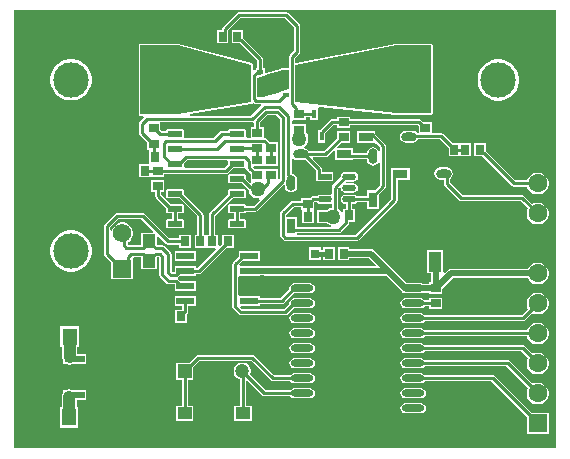
<source format=gtl>
G04*
G04 #@! TF.GenerationSoftware,Altium Limited,Altium Designer,23.4.1 (23)*
G04*
G04 Layer_Physical_Order=1*
G04 Layer_Color=255*
%FSLAX44Y44*%
%MOMM*%
G71*
G04*
G04 #@! TF.SameCoordinates,1A97636D-EE55-4475-9E38-B8671C0F235C*
G04*
G04*
G04 #@! TF.FilePolarity,Positive*
G04*
G01*
G75*
%ADD14C,0.2540*%
%ADD16R,0.8500X0.7500*%
%ADD17R,0.7000X0.8500*%
%ADD18R,0.7500X0.8500*%
G04:AMPARAMS|DCode=19|XSize=0.55mm|YSize=1.25mm|CornerRadius=0.0495mm|HoleSize=0mm|Usage=FLASHONLY|Rotation=270.000|XOffset=0mm|YOffset=0mm|HoleType=Round|Shape=RoundedRectangle|*
%AMROUNDEDRECTD19*
21,1,0.5500,1.1510,0,0,270.0*
21,1,0.4510,1.2500,0,0,270.0*
1,1,0.0990,-0.5755,-0.2255*
1,1,0.0990,-0.5755,0.2255*
1,1,0.0990,0.5755,0.2255*
1,1,0.0990,0.5755,-0.2255*
%
%ADD19ROUNDEDRECTD19*%
%ADD20R,0.8500X0.7000*%
G04:AMPARAMS|DCode=21|XSize=1.3082mm|YSize=0.7621mm|CornerRadius=0.3811mm|HoleSize=0mm|Usage=FLASHONLY|Rotation=180.000|XOffset=0mm|YOffset=0mm|HoleType=Round|Shape=RoundedRectangle|*
%AMROUNDEDRECTD21*
21,1,1.3082,0.0000,0,0,180.0*
21,1,0.5461,0.7621,0,0,180.0*
1,1,0.7621,-0.2730,0.0000*
1,1,0.7621,0.2730,0.0000*
1,1,0.7621,0.2730,0.0000*
1,1,0.7621,-0.2730,0.0000*
%
%ADD21ROUNDEDRECTD21*%
%ADD22R,1.3082X0.7621*%
G04:AMPARAMS|DCode=23|XSize=1.3082mm|YSize=0.7621mm|CornerRadius=0.3811mm|HoleSize=0mm|Usage=FLASHONLY|Rotation=90.000|XOffset=0mm|YOffset=0mm|HoleType=Round|Shape=RoundedRectangle|*
%AMROUNDEDRECTD23*
21,1,1.3082,0.0000,0,0,90.0*
21,1,0.5461,0.7621,0,0,90.0*
1,1,0.7621,0.0000,0.2730*
1,1,0.7621,0.0000,-0.2730*
1,1,0.7621,0.0000,-0.2730*
1,1,0.7621,0.0000,0.2730*
%
%ADD23ROUNDEDRECTD23*%
%ADD24R,0.7621X1.3082*%
%ADD25C,1.7397*%
%ADD26R,1.7300X0.5800*%
%ADD27R,1.3046X1.4562*%
%ADD28R,1.5500X0.6000*%
G04:AMPARAMS|DCode=29|XSize=1.2052mm|YSize=0.5298mm|CornerRadius=0.2649mm|HoleSize=0mm|Usage=FLASHONLY|Rotation=0.000|XOffset=0mm|YOffset=0mm|HoleType=Round|Shape=RoundedRectangle|*
%AMROUNDEDRECTD29*
21,1,1.2052,0.0000,0,0,0.0*
21,1,0.6754,0.5298,0,0,0.0*
1,1,0.5298,0.3377,0.0000*
1,1,0.5298,-0.3377,0.0000*
1,1,0.5298,-0.3377,0.0000*
1,1,0.5298,0.3377,0.0000*
%
%ADD29ROUNDEDRECTD29*%
%ADD30R,1.2052X0.5298*%
%ADD31C,1.7685*%
%ADD32R,0.5000X0.3500*%
%ADD33R,1.0500X1.1500*%
%ADD34R,0.4000X0.8000*%
G04:AMPARAMS|DCode=35|XSize=1.9mm|YSize=0.6mm|CornerRadius=0.3mm|HoleSize=0mm|Usage=FLASHONLY|Rotation=0.000|XOffset=0mm|YOffset=0mm|HoleType=Round|Shape=RoundedRectangle|*
%AMROUNDEDRECTD35*
21,1,1.9000,0.0000,0,0,0.0*
21,1,1.3000,0.6000,0,0,0.0*
1,1,0.6000,0.6500,0.0000*
1,1,0.6000,-0.6500,0.0000*
1,1,0.6000,-0.6500,0.0000*
1,1,0.6000,0.6500,0.0000*
%
%ADD35ROUNDEDRECTD35*%
%ADD36R,0.5200X0.5200*%
%ADD37R,0.8000X0.8000*%
%ADD38R,1.1000X1.7000*%
%ADD39R,1.2084X1.0121*%
%ADD49C,3.0000*%
%ADD50R,1.5700X1.5700*%
%ADD51C,1.5700*%
%ADD57C,0.3810*%
%ADD58C,0.5080*%
%ADD59C,0.5000*%
%ADD60C,1.0000*%
%ADD61C,1.6000*%
%ADD62R,1.6000X1.6000*%
%ADD63R,1.2000X1.2000*%
%ADD64C,1.2000*%
%ADD65C,1.2700*%
G36*
X918711Y402089D02*
X459239D01*
Y772661D01*
X918711D01*
Y402089D01*
D02*
G37*
%LPC*%
G36*
X690000Y771340D02*
X650500D01*
X649509Y771143D01*
X648669Y770581D01*
X636649Y758561D01*
X636087Y757721D01*
X635890Y756730D01*
Y756020D01*
X631480D01*
Y744980D01*
X641020D01*
Y752480D01*
X641070Y752730D01*
Y755657D01*
X651573Y766160D01*
X688927D01*
X696910Y758177D01*
Y738823D01*
X692939Y734851D01*
X692377Y734011D01*
X692180Y733020D01*
Y723652D01*
X692110Y723605D01*
X687110D01*
X686919Y723526D01*
X686714Y723546D01*
X685840Y723500D01*
Y723283D01*
X672809Y719360D01*
X671790Y720118D01*
Y723500D01*
X670610D01*
Y731230D01*
X670413Y732221D01*
X669851Y733061D01*
X653561Y749351D01*
X653520Y749379D01*
Y756020D01*
X643980D01*
Y744980D01*
X650608D01*
X665430Y730157D01*
Y723500D01*
X664250D01*
Y722433D01*
X664049Y722393D01*
X663209Y721831D01*
X662908Y721530D01*
X661735Y722016D01*
Y726440D01*
X661597Y726773D01*
X661549Y727130D01*
X661403Y727242D01*
X661332Y727412D01*
X660999Y727550D01*
X660713Y727769D01*
X598523Y744279D01*
X598340Y744254D01*
X598170Y744325D01*
X566420D01*
X565448Y743922D01*
X565045Y742950D01*
Y684530D01*
X565448Y683558D01*
X566420Y683155D01*
X568947D01*
X569473Y681885D01*
X566169Y678581D01*
X565607Y677741D01*
X565410Y676750D01*
Y669250D01*
X565607Y668259D01*
X566169Y667419D01*
X572480Y661107D01*
Y654730D01*
X572901D01*
X573980Y654270D01*
Y643230D01*
X573004Y642520D01*
X565480D01*
Y631480D01*
X575520D01*
Y631480D01*
X575730Y631730D01*
X586770D01*
Y634160D01*
X638800D01*
X639791Y634357D01*
X640631Y634919D01*
X644608Y638895D01*
X654255D01*
X654765Y638997D01*
X655159Y638943D01*
X656150Y638530D01*
X656199Y638460D01*
X656714Y637689D01*
X660046Y634357D01*
Y627980D01*
X660046D01*
X659960Y626746D01*
X659634Y626528D01*
X656055Y630108D01*
Y632505D01*
X655918Y633194D01*
X655527Y633778D01*
X654944Y634168D01*
X654255Y634305D01*
X642745D01*
X642056Y634168D01*
X641472Y633778D01*
X641082Y633194D01*
X640946Y632505D01*
Y627995D01*
X641082Y627306D01*
X641472Y626722D01*
X642056Y626332D01*
X642745Y626195D01*
X649904D01*
X649980Y626180D01*
X652657D01*
X657725Y621113D01*
X658380Y620675D01*
Y619997D01*
X658899Y618059D01*
X659902Y616321D01*
X661321Y614902D01*
X663059Y613899D01*
X664997Y613380D01*
X666921D01*
X667096Y613182D01*
X667549Y612211D01*
X662777Y607440D01*
X655988D01*
X655918Y607794D01*
X655527Y608377D01*
X654944Y608768D01*
X654255Y608904D01*
X642745D01*
X642056Y608768D01*
X641472Y608377D01*
X641082Y607794D01*
X640946Y607105D01*
Y602595D01*
X641082Y601906D01*
X641472Y601323D01*
X642056Y600932D01*
X642745Y600795D01*
X645910D01*
Y596204D01*
X642745D01*
X642056Y596068D01*
X641472Y595677D01*
X641082Y595094D01*
X640946Y594405D01*
Y589895D01*
X641082Y589206D01*
X641472Y588623D01*
X642056Y588232D01*
X642745Y588095D01*
X654255D01*
X654944Y588232D01*
X655527Y588623D01*
X655918Y589206D01*
X656055Y589895D01*
Y594405D01*
X655918Y595094D01*
X655527Y595677D01*
X654944Y596068D01*
X654255Y596204D01*
X651090D01*
Y600795D01*
X654255D01*
X654944Y600932D01*
X655527Y601323D01*
X655918Y601906D01*
X655988Y602260D01*
X663850D01*
X664841Y602457D01*
X665681Y603019D01*
X687896Y625234D01*
X689070Y624748D01*
Y623770D01*
X689464Y621787D01*
X690587Y620107D01*
X692268Y618984D01*
X694250Y618589D01*
X696232Y618984D01*
X697913Y620107D01*
X699036Y621787D01*
X699430Y623770D01*
Y629230D01*
X699036Y631213D01*
X697913Y632893D01*
X696232Y634016D01*
X694590Y634343D01*
Y647071D01*
X695860Y647457D01*
X696107Y647087D01*
X697787Y645964D01*
X699770Y645570D01*
X705230D01*
X706496Y645822D01*
X715149Y637169D01*
Y633129D01*
X715199Y632879D01*
Y627831D01*
X729791D01*
Y635669D01*
X720329D01*
Y638241D01*
X720132Y639232D01*
X719570Y640073D01*
X712656Y646987D01*
X713142Y648160D01*
X723250D01*
X724241Y648357D01*
X725081Y648919D01*
X730016Y653853D01*
X731189Y653367D01*
Y645669D01*
X746811D01*
Y646410D01*
X758320D01*
Y646270D01*
X758714Y644287D01*
X759837Y642607D01*
X761518Y641484D01*
X763500Y641089D01*
X765482Y641484D01*
X767163Y642607D01*
X768286Y644287D01*
X768390Y644812D01*
X769660Y644687D01*
Y625053D01*
X764918Y620311D01*
X758419D01*
Y615340D01*
X749865D01*
X749707Y615575D01*
X748411Y616442D01*
X746882Y616746D01*
X740128D01*
X738598Y616442D01*
X737302Y615575D01*
X736436Y614279D01*
X736132Y612750D01*
X736436Y611221D01*
X737302Y609925D01*
X738598Y609058D01*
X740128Y608754D01*
X740413D01*
Y604520D01*
X738480D01*
Y600701D01*
X737210Y600533D01*
X737101Y600941D01*
X736097Y602679D01*
X734679Y604098D01*
X733651Y604691D01*
Y621611D01*
X734973Y622933D01*
X736143Y622307D01*
X736132Y622250D01*
X736436Y620721D01*
X737302Y619425D01*
X738598Y618558D01*
X740128Y618254D01*
X746882D01*
X748411Y618558D01*
X749707Y619425D01*
X750574Y620721D01*
X750878Y622250D01*
X750574Y623779D01*
X749707Y625075D01*
X748411Y625942D01*
X746882Y626246D01*
X741195D01*
X740532Y627516D01*
X740698Y627754D01*
X746882D01*
X748411Y628058D01*
X749707Y628924D01*
X750574Y630221D01*
X750878Y631750D01*
X750574Y633279D01*
X749707Y634576D01*
X748411Y635442D01*
X746882Y635746D01*
X740128D01*
X738598Y635442D01*
X737302Y634576D01*
X736436Y633279D01*
X736132Y631750D01*
X736187Y631472D01*
X729230Y624515D01*
X728669Y623675D01*
X728472Y622684D01*
Y617076D01*
X727202Y616481D01*
X725872Y616746D01*
X719118D01*
X717589Y616442D01*
X716292Y615575D01*
X716135Y615340D01*
X712750D01*
X711759Y615143D01*
X710919Y614581D01*
X710358Y614020D01*
X702980D01*
Y611590D01*
X695500D01*
X694509Y611393D01*
X693669Y610831D01*
X685419Y602581D01*
X684857Y601741D01*
X684660Y600750D01*
Y582250D01*
X684857Y581259D01*
X685419Y580419D01*
X687419Y578419D01*
X688259Y577857D01*
X689250Y577660D01*
X750250D01*
X751241Y577857D01*
X752081Y578419D01*
X783559Y609896D01*
X784120Y610737D01*
X784317Y611728D01*
Y629419D01*
X794561D01*
Y639581D01*
X778939D01*
Y629419D01*
X779138D01*
Y612800D01*
X749177Y582840D01*
X699331D01*
Y584233D01*
X734573D01*
X735564Y584431D01*
X736404Y584992D01*
X742851Y591439D01*
X743413Y592279D01*
X743610Y593270D01*
Y593480D01*
X748520D01*
Y604520D01*
X745592D01*
Y608754D01*
X746882D01*
X748411Y609058D01*
X749707Y609925D01*
X749865Y610160D01*
X758419D01*
Y604689D01*
X768581D01*
Y616649D01*
X774081Y622149D01*
X774643Y622989D01*
X774840Y623980D01*
Y657730D01*
X774643Y658721D01*
X774081Y659562D01*
X765561Y668082D01*
Y670831D01*
X749939D01*
Y660669D01*
X765561D01*
X765561Y660669D01*
Y660669D01*
X766448Y659871D01*
X769660Y656658D01*
Y653313D01*
X768390Y653188D01*
X768286Y653713D01*
X767163Y655393D01*
X765482Y656516D01*
X763500Y656911D01*
X761518Y656516D01*
X759837Y655393D01*
X758714Y653713D01*
X758320Y651730D01*
Y651590D01*
X746811D01*
Y655831D01*
X733652D01*
X733167Y657004D01*
X736892Y660730D01*
X744270D01*
Y670270D01*
X733230D01*
Y664392D01*
X722177Y653340D01*
X709611D01*
X708893Y654413D01*
X707213Y655536D01*
X705230Y655930D01*
X705053D01*
X704712Y657200D01*
X705929Y657903D01*
X707347Y659321D01*
X708351Y661059D01*
X708870Y662997D01*
Y665003D01*
X708351Y666941D01*
X707347Y668679D01*
X706520Y669506D01*
Y676770D01*
X695480D01*
X694590Y677671D01*
Y678829D01*
X695480Y679730D01*
X706520D01*
Y682160D01*
X710230D01*
Y679730D01*
X716770D01*
Y690020D01*
X717552Y691216D01*
X783449Y684433D01*
X783521Y684454D01*
X783590Y684425D01*
X812800D01*
X813772Y684828D01*
X814175Y685800D01*
Y742950D01*
X813772Y743922D01*
X812800Y744325D01*
X783590D01*
X783465Y744273D01*
X783332Y744300D01*
X698338Y728052D01*
X697360Y728861D01*
Y731947D01*
X701331Y735919D01*
X701893Y736759D01*
X702090Y737750D01*
Y759250D01*
X701893Y760241D01*
X701331Y761081D01*
X691831Y770581D01*
X690991Y771143D01*
X690000Y771340D01*
D02*
G37*
G36*
X509724Y731480D02*
X506276D01*
X502895Y730807D01*
X499711Y729488D01*
X496844Y727573D01*
X494407Y725136D01*
X492492Y722269D01*
X491172Y719085D01*
X490500Y715704D01*
Y712256D01*
X491172Y708875D01*
X492492Y705691D01*
X494407Y702824D01*
X496844Y700387D01*
X499711Y698472D01*
X502895Y697152D01*
X506276Y696480D01*
X509724D01*
X513105Y697152D01*
X516289Y698472D01*
X519156Y700387D01*
X521593Y702824D01*
X523508Y705691D01*
X524827Y708875D01*
X525500Y712256D01*
Y715704D01*
X524827Y719085D01*
X523508Y722269D01*
X521593Y725136D01*
X519156Y727573D01*
X516289Y729488D01*
X513105Y730807D01*
X509724Y731480D01*
D02*
G37*
G36*
X871414Y731240D02*
X867966D01*
X864585Y730567D01*
X861401Y729248D01*
X858534Y727333D01*
X856097Y724896D01*
X854182Y722029D01*
X852862Y718845D01*
X852190Y715464D01*
Y712016D01*
X852862Y708635D01*
X854182Y705451D01*
X856097Y702584D01*
X858534Y700147D01*
X861401Y698232D01*
X864585Y696913D01*
X867966Y696240D01*
X871414D01*
X874795Y696913D01*
X877979Y698232D01*
X880846Y700147D01*
X883283Y702584D01*
X885198Y705451D01*
X886517Y708635D01*
X887190Y712016D01*
Y715464D01*
X886517Y718845D01*
X885198Y722029D01*
X883283Y724896D01*
X880846Y727333D01*
X877979Y729248D01*
X874795Y730567D01*
X871414Y731240D01*
D02*
G37*
G36*
X744270Y682770D02*
X733230D01*
Y680590D01*
X728908D01*
X727917Y680393D01*
X727077Y679831D01*
X718899Y671653D01*
X718643Y671270D01*
X716730D01*
Y660730D01*
X723270D01*
Y666480D01*
X723320Y666730D01*
Y668749D01*
X729981Y675410D01*
X733230D01*
Y673230D01*
X744270D01*
Y675410D01*
X801338D01*
X802141Y674607D01*
Y669252D01*
X800871Y669073D01*
X800643Y669413D01*
X798963Y670536D01*
X796980Y670930D01*
X791520D01*
X789537Y670536D01*
X787857Y669413D01*
X786734Y667732D01*
X786339Y665750D01*
X786734Y663768D01*
X787857Y662087D01*
X789537Y660964D01*
X791520Y660570D01*
X796980D01*
X798963Y660964D01*
X800643Y662087D01*
X801695Y663660D01*
X820177D01*
X827480Y656357D01*
Y648980D01*
X846270D01*
Y660020D01*
X831143D01*
X823081Y668081D01*
X822241Y668643D01*
X821250Y668840D01*
X813181D01*
Y677770D01*
X806303D01*
X804242Y679831D01*
X803402Y680393D01*
X802411Y680590D01*
X744270D01*
Y682770D01*
D02*
G37*
G36*
X859270Y660020D02*
X849230D01*
Y648980D01*
X856107D01*
X880809Y624279D01*
X881649Y623717D01*
X882640Y623520D01*
X894067D01*
X894332Y622532D01*
X895552Y620418D01*
X897278Y618692D01*
X899392Y617472D01*
X901750Y616840D01*
X904190D01*
X906548Y617472D01*
X908662Y618692D01*
X910388Y620418D01*
X911608Y622532D01*
X912240Y624890D01*
Y627330D01*
X911608Y629688D01*
X910388Y631802D01*
X908662Y633528D01*
X906548Y634748D01*
X904190Y635380D01*
X901750D01*
X899392Y634748D01*
X897278Y633528D01*
X895552Y631802D01*
X894332Y629688D01*
X894067Y628700D01*
X883713D01*
X859270Y653142D01*
Y660020D01*
D02*
G37*
G36*
X825980Y639680D02*
X820520D01*
X818537Y639286D01*
X816857Y638163D01*
X815734Y636482D01*
X815339Y634500D01*
X815734Y632518D01*
X816857Y630837D01*
X818537Y629714D01*
X820520Y629320D01*
X823391D01*
Y625875D01*
X823588Y624884D01*
X824149Y624044D01*
X836274Y611919D01*
X837114Y611357D01*
X838105Y611160D01*
X888857D01*
X894843Y605174D01*
X894332Y604288D01*
X893700Y601930D01*
Y599490D01*
X894332Y597132D01*
X895552Y595018D01*
X897278Y593292D01*
X899392Y592072D01*
X901750Y591440D01*
X904190D01*
X906548Y592072D01*
X908662Y593292D01*
X910388Y595018D01*
X911608Y597132D01*
X912240Y599490D01*
Y601930D01*
X911608Y604288D01*
X910388Y606402D01*
X908662Y608128D01*
X906548Y609348D01*
X904190Y609980D01*
X901750D01*
X899392Y609348D01*
X898506Y608837D01*
X891761Y615581D01*
X890921Y616143D01*
X889930Y616340D01*
X839178D01*
X828570Y626948D01*
Y630120D01*
X829643Y630837D01*
X830766Y632518D01*
X831161Y634500D01*
X830766Y636482D01*
X829643Y638163D01*
X827963Y639286D01*
X825980Y639680D01*
D02*
G37*
G36*
X586770Y628770D02*
X575730D01*
Y618730D01*
X579260D01*
Y615500D01*
X579457Y614509D01*
X580019Y613669D01*
X588446Y605242D01*
Y602595D01*
X588582Y601906D01*
X588973Y601323D01*
X589556Y600932D01*
X590245Y600795D01*
X593410D01*
Y596204D01*
X590245D01*
X589556Y596068D01*
X588973Y595677D01*
X588582Y595094D01*
X588446Y594405D01*
Y589895D01*
X588582Y589206D01*
X588973Y588623D01*
X589556Y588232D01*
X590245Y588095D01*
X601755D01*
X602444Y588232D01*
X603027Y588623D01*
X603418Y589206D01*
X603555Y589895D01*
Y594405D01*
X603418Y595094D01*
X603027Y595677D01*
X602444Y596068D01*
X601755Y596204D01*
X598590D01*
Y600795D01*
X601755D01*
X602444Y600932D01*
X603027Y601323D01*
X603418Y601906D01*
X603555Y602595D01*
Y607105D01*
X603418Y607794D01*
X603027Y608377D01*
X602444Y608768D01*
X601755Y608904D01*
X592108D01*
X584440Y616573D01*
Y618730D01*
X586770D01*
Y628770D01*
D02*
G37*
G36*
X654255Y621604D02*
X642745D01*
X642056Y621468D01*
X641472Y621077D01*
X641082Y620494D01*
X640946Y619805D01*
Y617158D01*
X625669Y601881D01*
X625107Y601041D01*
X624910Y600050D01*
Y582520D01*
X620090D01*
Y599550D01*
X619893Y600541D01*
X619331Y601381D01*
X603555Y617158D01*
Y619805D01*
X603418Y620494D01*
X603027Y621077D01*
X602444Y621468D01*
X601755Y621604D01*
X590245D01*
X589556Y621468D01*
X588973Y621077D01*
X588582Y620494D01*
X588446Y619805D01*
Y615295D01*
X588582Y614606D01*
X588973Y614022D01*
X589556Y613632D01*
X590245Y613495D01*
X599892D01*
X614910Y598477D01*
Y582520D01*
X612480D01*
Y571480D01*
X630158D01*
X630644Y570307D01*
X615040Y554702D01*
X613770Y554720D01*
Y556370D01*
X595730D01*
Y551009D01*
X595600Y550880D01*
X593668D01*
X592953Y551595D01*
Y566292D01*
X592756Y567283D01*
X592194Y568124D01*
X586987Y573331D01*
X586147Y573893D01*
X585155Y574090D01*
X580573D01*
X580560Y574103D01*
Y581108D01*
X581733Y581594D01*
X588159Y575169D01*
X588999Y574607D01*
X589990Y574410D01*
X599480D01*
Y571480D01*
X609520D01*
Y582520D01*
X599480D01*
Y579590D01*
X591063D01*
X570321Y600331D01*
X569481Y600893D01*
X568490Y601090D01*
X547000D01*
X546009Y600893D01*
X545169Y600331D01*
X536669Y591831D01*
X536107Y590991D01*
X535910Y590000D01*
Y566660D01*
X536107Y565669D01*
X536669Y564829D01*
X542080Y559417D01*
Y544840D01*
X560320D01*
Y563080D01*
X561279Y563830D01*
X562184D01*
X562184Y563830D01*
X567507D01*
X567520Y563817D01*
Y553440D01*
X580560D01*
Y563817D01*
X580573Y563830D01*
X581979D01*
X582693Y563116D01*
Y548418D01*
X582891Y547427D01*
X583452Y546586D01*
X588660Y541379D01*
X589500Y540817D01*
X590491Y540620D01*
X595600D01*
X595730Y540491D01*
Y535130D01*
X613770D01*
Y543670D01*
X599876D01*
X598570Y544975D01*
X598504Y545087D01*
Y546413D01*
X598570Y546525D01*
X599876Y547830D01*
X613770D01*
Y549510D01*
X616100D01*
X617091Y549707D01*
X617931Y550269D01*
X639142Y571480D01*
X645520D01*
Y582520D01*
X635480D01*
Y575142D01*
X633693Y573356D01*
X632520Y573842D01*
Y582520D01*
X630090D01*
Y598977D01*
X644608Y613495D01*
X654255D01*
X654944Y613632D01*
X655527Y614022D01*
X655918Y614606D01*
X656055Y615295D01*
Y619805D01*
X655918Y620494D01*
X655527Y621077D01*
X654944Y621468D01*
X654255Y621604D01*
D02*
G37*
G36*
X731020Y572270D02*
X721480D01*
Y569987D01*
X719770D01*
Y572020D01*
X709230D01*
Y561480D01*
X719770D01*
Y563513D01*
X721480D01*
Y561230D01*
X731020D01*
Y572270D01*
D02*
G37*
G36*
X613770Y569070D02*
X595730D01*
Y560530D01*
X613770D01*
Y569070D01*
D02*
G37*
G36*
X743520Y572270D02*
X733980D01*
Y561230D01*
X743520D01*
Y562865D01*
X759996D01*
X765844Y557017D01*
X765358Y555844D01*
X679120D01*
Y555870D01*
X675521D01*
X675150Y555944D01*
X675150Y555944D01*
X667770D01*
Y556370D01*
X651029D01*
X650502Y557640D01*
X653392Y560530D01*
X667770D01*
Y569070D01*
X649730D01*
Y564193D01*
X645169Y559631D01*
X644607Y558791D01*
X644410Y557800D01*
Y521750D01*
X644607Y520759D01*
X645169Y519919D01*
X649919Y515169D01*
X650759Y514607D01*
X651750Y514410D01*
X689395D01*
X690387Y514607D01*
X691227Y515169D01*
X696449Y520391D01*
X697025Y520276D01*
X710025D01*
X711691Y520607D01*
X713103Y521551D01*
X714047Y522963D01*
X714379Y524630D01*
X714047Y526296D01*
X713103Y527708D01*
X711691Y528652D01*
X710025Y528983D01*
X697025D01*
X695359Y528652D01*
X693947Y527708D01*
X693003Y526296D01*
X692671Y524630D01*
X692786Y524053D01*
X688323Y519590D01*
X652823D01*
X651156Y521257D01*
X651642Y522430D01*
X667770D01*
Y524110D01*
X686395D01*
X687387Y524307D01*
X688227Y524869D01*
X696449Y533091D01*
X697025Y532976D01*
X710025D01*
X711691Y533307D01*
X713103Y534251D01*
X714047Y535663D01*
X714379Y537330D01*
X714047Y538996D01*
X713103Y540408D01*
X711691Y541352D01*
X710025Y541683D01*
X697025D01*
X695359Y541352D01*
X693947Y540408D01*
X693003Y538996D01*
X692671Y537330D01*
X692786Y536753D01*
X685323Y529290D01*
X667770D01*
Y530970D01*
X649730D01*
X649590Y532182D01*
Y546618D01*
X649730Y547830D01*
X650860Y547830D01*
X667770D01*
Y548256D01*
X671380D01*
Y548130D01*
X679120D01*
Y548156D01*
X774762D01*
X786940Y535978D01*
X787003Y535663D01*
X787947Y534251D01*
X789359Y533307D01*
X791025Y532976D01*
X804025D01*
X805691Y533307D01*
X806086Y533571D01*
X810980D01*
Y532480D01*
X822020D01*
Y537084D01*
X831002Y546066D01*
X894485D01*
X895552Y544218D01*
X897278Y542492D01*
X899392Y541272D01*
X901750Y540640D01*
X904190D01*
X906548Y541272D01*
X908662Y542492D01*
X910388Y544218D01*
X911608Y546332D01*
X912240Y548690D01*
Y551130D01*
X911608Y553488D01*
X910388Y555602D01*
X908662Y557328D01*
X906548Y558548D01*
X904190Y559180D01*
X901750D01*
X899392Y558548D01*
X897278Y557328D01*
X895552Y555602D01*
X894485Y553754D01*
X829410D01*
X827939Y553461D01*
X826692Y552628D01*
X826692Y552628D01*
X824290Y550226D01*
X823020Y550752D01*
X823020Y550930D01*
Y569520D01*
X809480D01*
Y549980D01*
X812665D01*
Y542520D01*
X810980D01*
Y541259D01*
X805831D01*
X805691Y541352D01*
X804025Y541683D01*
X792107D01*
X779218Y554573D01*
X779101Y554747D01*
X764352Y569497D01*
X763091Y570339D01*
X761605Y570635D01*
X743520D01*
Y572270D01*
D02*
G37*
G36*
X509724Y586460D02*
X506276D01*
X502895Y585788D01*
X499711Y584468D01*
X496844Y582553D01*
X494407Y580116D01*
X492492Y577249D01*
X491172Y574065D01*
X490500Y570684D01*
Y567236D01*
X491172Y563855D01*
X492492Y560671D01*
X494407Y557804D01*
X496844Y555367D01*
X499711Y553452D01*
X502895Y552132D01*
X506276Y551460D01*
X509724D01*
X513105Y552132D01*
X516289Y553452D01*
X519156Y555367D01*
X521593Y557804D01*
X523508Y560671D01*
X524827Y563855D01*
X525500Y567236D01*
Y570684D01*
X524827Y574065D01*
X523508Y577249D01*
X521593Y580116D01*
X519156Y582553D01*
X516289Y584468D01*
X513105Y585788D01*
X509724Y586460D01*
D02*
G37*
G36*
X822020Y529520D02*
X810980D01*
Y527155D01*
X807473D01*
X807104Y527708D01*
X805691Y528652D01*
X804025Y528983D01*
X791025D01*
X789359Y528652D01*
X787947Y527708D01*
X787003Y526296D01*
X786671Y524630D01*
X787003Y522963D01*
X787947Y521551D01*
X789359Y520607D01*
X791025Y520276D01*
X804025D01*
X805691Y520607D01*
X807104Y521551D01*
X807387Y521975D01*
X810980D01*
Y519480D01*
X822020D01*
Y529520D01*
D02*
G37*
G36*
X904190Y533780D02*
X901750D01*
X899392Y533148D01*
X897278Y531928D01*
X895552Y530202D01*
X894332Y528088D01*
X893700Y525730D01*
Y523290D01*
X894332Y520932D01*
X894843Y520046D01*
X889317Y514519D01*
X807430D01*
X807104Y515008D01*
X805691Y515952D01*
X804025Y516283D01*
X791025D01*
X789359Y515952D01*
X787947Y515008D01*
X787003Y513596D01*
X786671Y511930D01*
X787003Y510263D01*
X787947Y508851D01*
X789359Y507907D01*
X791025Y507576D01*
X804025D01*
X805691Y507907D01*
X807104Y508851D01*
X807430Y509340D01*
X890390D01*
X891381Y509537D01*
X892221Y510098D01*
X898506Y516383D01*
X899392Y515872D01*
X901750Y515240D01*
X904190D01*
X906548Y515872D01*
X908662Y517092D01*
X910388Y518818D01*
X911608Y520932D01*
X912240Y523290D01*
Y525730D01*
X911608Y528088D01*
X910388Y530202D01*
X908662Y531928D01*
X906548Y533148D01*
X904190Y533780D01*
D02*
G37*
G36*
X613770Y530970D02*
X595730D01*
Y522430D01*
X602160D01*
Y519020D01*
X595980D01*
Y507980D01*
X606020D01*
Y515358D01*
X606581Y515919D01*
X607143Y516759D01*
X607340Y517750D01*
Y522430D01*
X613770D01*
Y530970D01*
D02*
G37*
G36*
X710025Y516283D02*
X697025D01*
X695359Y515952D01*
X693947Y515008D01*
X693003Y513596D01*
X692671Y511930D01*
X693003Y510263D01*
X693947Y508851D01*
X695359Y507907D01*
X697025Y507576D01*
X710025D01*
X711691Y507907D01*
X713103Y508851D01*
X714047Y510263D01*
X714379Y511930D01*
X714047Y513596D01*
X713103Y515008D01*
X711691Y515952D01*
X710025Y516283D01*
D02*
G37*
G36*
X904190Y508380D02*
X901750D01*
X899392Y507748D01*
X897278Y506528D01*
X895552Y504802D01*
X894332Y502688D01*
X894083Y501760D01*
X807470D01*
X807104Y502308D01*
X805691Y503252D01*
X804025Y503583D01*
X791025D01*
X789359Y503252D01*
X787947Y502308D01*
X787003Y500896D01*
X786671Y499230D01*
X787003Y497564D01*
X787947Y496151D01*
X789359Y495207D01*
X791025Y494876D01*
X804025D01*
X805691Y495207D01*
X807104Y496151D01*
X807390Y496580D01*
X894051D01*
X894332Y495532D01*
X895552Y493418D01*
X897278Y491692D01*
X899392Y490472D01*
X901750Y489840D01*
X904190D01*
X906548Y490472D01*
X908662Y491692D01*
X910388Y493418D01*
X911608Y495532D01*
X912240Y497890D01*
Y500330D01*
X911608Y502688D01*
X910388Y504802D01*
X908662Y506528D01*
X906548Y507748D01*
X904190Y508380D01*
D02*
G37*
G36*
X710025Y503583D02*
X697025D01*
X695359Y503252D01*
X693947Y502308D01*
X693003Y500896D01*
X692671Y499230D01*
X693003Y497564D01*
X693947Y496151D01*
X695359Y495207D01*
X697025Y494876D01*
X710025D01*
X711691Y495207D01*
X713103Y496151D01*
X714047Y497564D01*
X714379Y499230D01*
X714047Y500896D01*
X713103Y502308D01*
X711691Y503252D01*
X710025Y503583D01*
D02*
G37*
G36*
Y490883D02*
X697025D01*
X695359Y490552D01*
X693947Y489608D01*
X693003Y488196D01*
X692671Y486530D01*
X693003Y484864D01*
X693947Y483451D01*
X695359Y482507D01*
X697025Y482176D01*
X710025D01*
X711691Y482507D01*
X713103Y483451D01*
X714047Y484864D01*
X714379Y486530D01*
X714047Y488196D01*
X713103Y489608D01*
X711691Y490552D01*
X710025Y490883D01*
D02*
G37*
G36*
X514386Y505051D02*
X498799D01*
Y487949D01*
X500200D01*
Y478880D01*
X500686Y476434D01*
X500924Y476077D01*
Y473080D01*
X503987D01*
X504146Y472974D01*
X506592Y472487D01*
X509039Y472974D01*
X509198Y473080D01*
X520764D01*
Y481420D01*
X512985D01*
Y487949D01*
X514386D01*
Y505051D01*
D02*
G37*
G36*
X710025Y478183D02*
X697025D01*
X695359Y477852D01*
X693947Y476908D01*
X693003Y475496D01*
X692671Y473830D01*
X693003Y472164D01*
X693947Y470751D01*
X695359Y469807D01*
X697025Y469476D01*
X710025D01*
X711691Y469807D01*
X713103Y470751D01*
X714047Y472164D01*
X714379Y473830D01*
X714047Y475496D01*
X713103Y476908D01*
X711691Y477852D01*
X710025Y478183D01*
D02*
G37*
G36*
X804025Y490883D02*
X791025D01*
X789359Y490552D01*
X787947Y489608D01*
X787003Y488196D01*
X786671Y486530D01*
X787003Y484864D01*
X787947Y483451D01*
X789359Y482507D01*
X791025Y482176D01*
X804025D01*
X805691Y482507D01*
X807104Y483451D01*
X807430Y483940D01*
X889078D01*
X894843Y478174D01*
X894332Y477288D01*
X893700Y474930D01*
Y472490D01*
X894332Y470132D01*
X895552Y468018D01*
X897278Y466292D01*
X899392Y465072D01*
X901750Y464440D01*
X904190D01*
X906548Y465072D01*
X908662Y466292D01*
X910388Y468018D01*
X911608Y470132D01*
X912240Y472490D01*
Y474930D01*
X911608Y477288D01*
X910388Y479402D01*
X908662Y481128D01*
X906548Y482348D01*
X904190Y482980D01*
X901750D01*
X899392Y482348D01*
X898506Y481837D01*
X891982Y488361D01*
X891142Y488922D01*
X890150Y489119D01*
X807430D01*
X807104Y489608D01*
X805691Y490552D01*
X804025Y490883D01*
D02*
G37*
G36*
X661500Y480840D02*
X615265D01*
X614274Y480643D01*
X613434Y480081D01*
X607698Y474345D01*
X596820D01*
Y459805D01*
X601501D01*
Y437846D01*
X596650D01*
Y425184D01*
X611274D01*
Y437846D01*
X606680D01*
Y459805D01*
X611360D01*
Y470682D01*
X616338Y475660D01*
X660427D01*
X676789Y459298D01*
X677629Y458737D01*
X678620Y458540D01*
X693620D01*
X693947Y458051D01*
X695359Y457107D01*
X697025Y456776D01*
X710025D01*
X711691Y457107D01*
X713103Y458051D01*
X714047Y459464D01*
X714379Y461130D01*
X714047Y462796D01*
X713103Y464208D01*
X711691Y465152D01*
X710025Y465483D01*
X697025D01*
X695359Y465152D01*
X693947Y464208D01*
X693620Y463719D01*
X679693D01*
X663331Y480081D01*
X662491Y480643D01*
X661500Y480840D01*
D02*
G37*
G36*
X804025Y452783D02*
X791025D01*
X789359Y452452D01*
X787947Y451508D01*
X787003Y450096D01*
X786671Y448430D01*
X787003Y446763D01*
X787947Y445351D01*
X789359Y444407D01*
X791025Y444076D01*
X804025D01*
X805691Y444407D01*
X807104Y445351D01*
X808047Y446763D01*
X808379Y448430D01*
X808047Y450096D01*
X807104Y451508D01*
X805691Y452452D01*
X804025Y452783D01*
D02*
G37*
G36*
X653848Y474345D02*
X651933D01*
X650084Y473850D01*
X648427Y472892D01*
X647073Y471539D01*
X646116Y469881D01*
X645620Y468032D01*
Y466118D01*
X646116Y464269D01*
X647073Y462611D01*
X648427Y461258D01*
X650084Y460300D01*
X650564Y460172D01*
Y437846D01*
X646106D01*
Y425184D01*
X660730D01*
Y437846D01*
X655744D01*
Y458763D01*
X657014Y459289D01*
X669705Y446598D01*
X670545Y446037D01*
X671536Y445840D01*
X693620D01*
X693947Y445351D01*
X695359Y444407D01*
X697025Y444076D01*
X710025D01*
X711691Y444407D01*
X713103Y445351D01*
X714047Y446763D01*
X714379Y448430D01*
X714047Y450096D01*
X713103Y451508D01*
X711691Y452452D01*
X710025Y452783D01*
X697025D01*
X695359Y452452D01*
X693947Y451508D01*
X693620Y451019D01*
X672609D01*
X659553Y464075D01*
X659665Y464269D01*
X660160Y466118D01*
Y468032D01*
X659665Y469881D01*
X658708Y471539D01*
X657354Y472892D01*
X655696Y473850D01*
X653848Y474345D01*
D02*
G37*
G36*
X804025Y478183D02*
X791025D01*
X789359Y477852D01*
X787947Y476908D01*
X787003Y475496D01*
X786671Y473830D01*
X787003Y472164D01*
X787947Y470751D01*
X789359Y469807D01*
X791025Y469476D01*
X804025D01*
X805691Y469807D01*
X807104Y470751D01*
X807430Y471240D01*
X876378D01*
X894843Y452774D01*
X894332Y451888D01*
X893700Y449530D01*
Y447090D01*
X894332Y444732D01*
X895552Y442618D01*
X897278Y440892D01*
X899392Y439672D01*
X901750Y439040D01*
X904190D01*
X906548Y439672D01*
X908662Y440892D01*
X910388Y442618D01*
X911608Y444732D01*
X912240Y447090D01*
Y449530D01*
X911608Y451888D01*
X910388Y454002D01*
X908662Y455728D01*
X906548Y456948D01*
X904190Y457580D01*
X901750D01*
X899392Y456948D01*
X898506Y456437D01*
X879282Y475661D01*
X878441Y476222D01*
X877450Y476419D01*
X807430D01*
X807104Y476908D01*
X805691Y477852D01*
X804025Y478183D01*
D02*
G37*
G36*
Y440083D02*
X791025D01*
X789359Y439752D01*
X787947Y438808D01*
X787003Y437396D01*
X786671Y435730D01*
X787003Y434063D01*
X787947Y432651D01*
X789359Y431707D01*
X791025Y431376D01*
X804025D01*
X805691Y431707D01*
X807104Y432651D01*
X808047Y434063D01*
X808379Y435730D01*
X808047Y437396D01*
X807104Y438808D01*
X805691Y439752D01*
X804025Y440083D01*
D02*
G37*
G36*
X506343Y452013D02*
X503896Y451526D01*
X503737Y451420D01*
X500924D01*
Y448797D01*
X500436Y448066D01*
X499950Y445620D01*
Y436551D01*
X498549D01*
Y419449D01*
X514136D01*
Y436551D01*
X512735D01*
Y443080D01*
X520764D01*
Y451420D01*
X508948D01*
X508789Y451526D01*
X506343Y452013D01*
D02*
G37*
G36*
X804025Y465483D02*
X791025D01*
X789359Y465152D01*
X787947Y464208D01*
X787003Y462796D01*
X786671Y461130D01*
X787003Y459464D01*
X787947Y458051D01*
X789359Y457107D01*
X791025Y456776D01*
X804025D01*
X805691Y457107D01*
X807104Y458051D01*
X807430Y458540D01*
X863678D01*
X893700Y428517D01*
Y413640D01*
X912240D01*
Y432180D01*
X897363D01*
X866582Y462961D01*
X865742Y463522D01*
X864750Y463719D01*
X807430D01*
X807104Y464208D01*
X805691Y465152D01*
X804025Y465483D01*
D02*
G37*
%LPD*%
G36*
X692110Y705730D02*
X686364Y704000D01*
X685840D01*
Y703842D01*
X670520Y699230D01*
X665570D01*
Y715745D01*
X671266Y717460D01*
X671790D01*
Y717618D01*
X687110Y722230D01*
X692110D01*
Y705730D01*
D02*
G37*
G36*
X812800Y685800D02*
X783590D01*
X697360Y694677D01*
Y698480D01*
X697310D01*
Y722980D01*
X697360D01*
Y726465D01*
X783590Y742950D01*
X812800D01*
Y685800D01*
D02*
G37*
G36*
X660360Y726440D02*
Y694690D01*
X598170Y684530D01*
X566420D01*
Y742950D01*
X598170D01*
X660360Y726440D01*
D02*
G37*
G36*
X662838Y694034D02*
X663477Y693607D01*
X664468Y693410D01*
X668452D01*
X668978Y692140D01*
X660427Y683590D01*
X608792D01*
X608689Y684856D01*
X660582Y693333D01*
X660941Y693556D01*
X661332Y693718D01*
X661816Y693931D01*
X662751Y694053D01*
X662838Y694034D01*
D02*
G37*
G36*
X662976Y677520D02*
Y674020D01*
X660046D01*
Y664880D01*
X656977D01*
X656055Y666095D01*
Y670605D01*
X655918Y671294D01*
X655527Y671878D01*
X654944Y672268D01*
X654255Y672404D01*
X642745D01*
X642056Y672268D01*
X641472Y671878D01*
X641082Y671294D01*
X641012Y670940D01*
X636100D01*
X635109Y670743D01*
X634269Y670181D01*
X628677Y664590D01*
X604399D01*
X604163Y664786D01*
X603508Y665860D01*
X603555Y666095D01*
Y670605D01*
X603418Y671294D01*
X603027Y671878D01*
X602444Y672268D01*
X601755Y672404D01*
X590245D01*
X589556Y672268D01*
X588973Y671878D01*
X588582Y671294D01*
X588512Y670940D01*
X584603D01*
X583520Y672022D01*
Y677770D01*
X584525Y678410D01*
X661500D01*
X661706Y678451D01*
X662976Y677520D01*
D02*
G37*
G36*
X684726Y680927D02*
Y630239D01*
X684356Y629992D01*
X683086Y630671D01*
Y638020D01*
X672356D01*
X672046Y638020D01*
Y638020D01*
X671086D01*
Y638020D01*
X663708D01*
X662018Y639710D01*
X662544Y640980D01*
X670776D01*
X671086Y640980D01*
Y640980D01*
X672046D01*
Y640980D01*
X683086D01*
Y651020D01*
X683086D01*
Y651480D01*
X683086D01*
Y661020D01*
X676506D01*
X676417Y661153D01*
X673449Y664121D01*
X672609Y664683D01*
X671618Y664880D01*
X671086D01*
Y674020D01*
X668156D01*
Y678177D01*
X674138Y684160D01*
X681493D01*
X684726Y680927D01*
D02*
G37*
G36*
X640946Y645205D02*
Y642558D01*
X637727Y639340D01*
X604481D01*
X604313Y639445D01*
X603538Y640610D01*
X603555Y640695D01*
Y643342D01*
X606373Y646160D01*
X639849D01*
X640946Y645205D01*
D02*
G37*
G36*
X716292Y609925D02*
X717589Y609058D01*
X719118Y608754D01*
X725872D01*
X727202Y609019D01*
X728472Y608424D01*
Y605479D01*
X727059Y605101D01*
X725321Y604098D01*
X724744Y603520D01*
X716480D01*
Y592480D01*
X724744D01*
X725321Y591903D01*
X727059Y590899D01*
X727866Y590683D01*
X727699Y589413D01*
X699331D01*
Y597811D01*
X689840D01*
Y599677D01*
X696573Y606410D01*
X702980D01*
Y603980D01*
X702980D01*
X703480Y603520D01*
Y592480D01*
X713520D01*
Y603520D01*
X714020Y603980D01*
X714020D01*
Y610160D01*
X716135D01*
X716292Y609925D01*
D02*
G37*
G36*
X577674Y585653D02*
X577188Y584480D01*
X567520D01*
Y574103D01*
X567507Y574090D01*
X560080D01*
X560080Y574090D01*
X556469D01*
X555832Y574776D01*
X556029Y576217D01*
X556800Y576662D01*
X558498Y578360D01*
X559698Y580440D01*
X560320Y582759D01*
Y585161D01*
X559698Y587480D01*
X558498Y589560D01*
X556800Y591258D01*
X554720Y592458D01*
X552401Y593080D01*
X549999D01*
X547680Y592458D01*
X545600Y591258D01*
X543902Y589560D01*
X542701Y587480D01*
X542360Y586205D01*
X541090Y586372D01*
Y588927D01*
X548073Y595910D01*
X567417D01*
X577674Y585653D01*
D02*
G37*
D14*
X698020Y687230D02*
X700500Y684750D01*
X698020Y687230D02*
Y689980D01*
X694770Y693230D02*
X698020Y689980D01*
X694770Y693230D02*
Y733020D01*
X700500Y684750D02*
X713250D01*
X638480Y752730D02*
Y756730D01*
X650500Y768750D02*
X690000D01*
X638480Y756730D02*
X650500Y768750D01*
X662980Y717940D02*
X665040Y720000D01*
X667540D01*
X662980Y697488D02*
Y717940D01*
X667540Y720000D02*
X668020Y720480D01*
X664468Y696000D02*
X683880D01*
X688860Y700980D01*
X662980Y697488D02*
X664468Y696000D01*
X688860Y700980D02*
X689610D01*
X661500Y681000D02*
X671750Y691250D01*
X683750D02*
X692000Y683000D01*
X671750Y691250D02*
X683750D01*
X572250Y681000D02*
X661500D01*
X692000Y632855D02*
Y683000D01*
X668020Y720480D02*
Y731230D01*
X648750Y749750D02*
Y750500D01*
X650980Y747520D02*
X651730D01*
X648750Y749750D02*
X650980Y747520D01*
X651730D02*
X668020Y731230D01*
X636250Y750500D02*
X638480Y752730D01*
X690000Y768750D02*
X699500Y759250D01*
Y737750D02*
Y759250D01*
X694770Y733020D02*
X699500Y737750D01*
X713250Y684750D02*
X713500Y685000D01*
X807161Y672750D02*
X807661D01*
X804681Y675230D02*
X807161Y672750D01*
X738750Y678000D02*
X802411D01*
X804681Y675230D02*
Y675730D01*
X802411Y678000D02*
X804681Y675730D01*
X728908Y678000D02*
X738750D01*
X720730Y669822D02*
X728908Y678000D01*
X720730Y666730D02*
Y669822D01*
X720000Y666000D02*
X720730Y666730D01*
X762355Y667625D02*
X772250Y657730D01*
X821250Y666250D02*
X832500Y655000D01*
X794072Y666250D02*
X821250D01*
X694250Y626500D02*
Y630605D01*
X663850Y604850D02*
X687316Y628316D01*
Y682000D01*
X682566Y686750D02*
X687316Y682000D01*
X692000Y632855D02*
X694250Y630605D01*
X506592Y478880D02*
X508223Y477250D01*
X510844D01*
X538500Y566660D02*
X551200Y553960D01*
X538500Y566660D02*
Y590000D01*
X547000Y598500D01*
X568490D01*
X589990Y577000D01*
X604500D01*
X616100Y552100D02*
X640500Y576500D01*
X600000Y552100D02*
X616100D01*
X640500Y576500D02*
Y577000D01*
X585155Y571500D02*
X590363Y566292D01*
X579500Y566420D02*
X583051D01*
X579500Y571500D02*
X585155D01*
X585283Y548418D02*
Y564188D01*
X583051Y566420D02*
X585283Y564188D01*
X590363Y550522D02*
Y566292D01*
X585283Y548418D02*
X590491Y543210D01*
X568580Y571500D02*
X574040Y576960D01*
X560080Y571500D02*
X568580D01*
X551200Y583960D02*
X552536Y582624D01*
Y573732D02*
Y582624D01*
X560080Y571500D02*
X560080Y571500D01*
X554767Y571500D02*
X560080D01*
X552536Y573732D02*
X554767Y571500D01*
X568580Y566420D02*
X574040Y560960D01*
X562184Y566420D02*
X562184Y566420D01*
X568580D01*
X556018Y564188D02*
X558250Y566420D01*
X562184D01*
X551200Y553960D02*
X556018Y558778D01*
Y564188D01*
X598905Y550522D02*
Y551005D01*
X590363Y550522D02*
X592595Y548290D01*
X598905Y551005D02*
X600000Y552100D01*
X596673Y548290D02*
X598905Y550522D01*
X592595Y548290D02*
X596673D01*
X574040Y576960D02*
X579500Y571500D01*
X600000Y539400D02*
X604750D01*
X598905Y540495D02*
X600000Y539400D01*
X598905Y540495D02*
Y540978D01*
X596673Y543210D02*
X598905Y540978D01*
X590491Y543210D02*
X596673D01*
X574040Y576960D02*
Y577460D01*
Y560960D02*
X579500Y566420D01*
X574040Y560460D02*
Y560960D01*
X696791Y586823D02*
X734573D01*
X741020Y596520D02*
X743500Y599000D01*
X741020Y593270D02*
Y596520D01*
X734573Y586823D02*
X741020Y593270D01*
X722600Y598500D02*
X723100Y598000D01*
X730000D01*
X731061Y599061D01*
Y622684D01*
X694250Y589364D02*
Y590000D01*
Y589364D02*
X696791Y586823D01*
X731061Y622684D02*
X740128Y631750D01*
X506343Y445620D02*
X507972Y447250D01*
X510844D01*
X604750Y517750D02*
Y526700D01*
X601000Y514000D02*
X604750Y517750D01*
X601000Y513500D02*
Y514000D01*
X604090Y431644D02*
Y467075D01*
X603962Y431515D02*
X604090Y431644D01*
X652890Y467075D02*
X653154Y466811D01*
Y431779D02*
Y466811D01*
Y431779D02*
X653418Y431515D01*
X678620Y461130D02*
X703525D01*
X615265Y478250D02*
X661500D01*
X678620Y461130D01*
X604090Y467075D02*
X615265Y478250D01*
X671536Y448430D02*
X703525D01*
X652890Y467075D02*
X671536Y448430D01*
X797525Y461130D02*
X864750D01*
X902970Y422910D01*
X797525Y473830D02*
X877450D01*
X902970Y448310D01*
X797525Y486530D02*
X890150D01*
X902970Y473710D01*
X797525Y499230D02*
X797585Y499170D01*
X902910D01*
X902970Y499110D01*
X797525Y511930D02*
X890390D01*
X902970Y524510D01*
X797525Y524630D02*
X797590Y524565D01*
X816435D01*
X816500Y524500D01*
X697025Y524630D02*
X703525D01*
X651750Y517000D02*
X689395D01*
X697025Y524630D01*
X647000Y557800D02*
X654000Y564800D01*
X647000Y521750D02*
X651750Y517000D01*
X647000Y521750D02*
Y557800D01*
X654000Y564800D02*
X658750D01*
Y526700D02*
X686395D01*
X697025Y537330D01*
X703525D01*
X823250Y634500D02*
X823633D01*
X825980Y632153D01*
Y625875D02*
Y632153D01*
Y625875D02*
X838105Y613750D01*
X750250Y580250D02*
X781728Y611728D01*
Y631959D01*
X784268Y634500D02*
X787767D01*
X781728Y631959D02*
X784268Y634500D01*
X838105Y613750D02*
X889930D01*
X689250Y580250D02*
X750250D01*
X687250Y582250D02*
X689250Y580250D01*
X687250Y600750D02*
X695500Y609000D01*
X687250Y582250D02*
Y600750D01*
X695500Y609000D02*
X708500D01*
X649980Y628770D02*
X653730D01*
X659556Y622944D01*
X664056D01*
X666000Y621000D01*
X648500Y630250D02*
X649980Y628770D01*
X674586Y626586D02*
Y630520D01*
X670944Y622944D02*
X674586Y626586D01*
X667944Y622944D02*
X670944D01*
X666000Y621000D02*
X667944Y622944D01*
X677066Y633000D02*
X677566D01*
X674586Y630520D02*
X677066Y633000D01*
X673066Y686750D02*
X682566D01*
X665566Y679250D02*
X673066Y686750D01*
X568000Y676750D02*
X572250Y681000D01*
X568000Y669250D02*
Y676750D01*
X577500Y659750D02*
X578000D01*
X568000Y669250D02*
X577500Y659750D01*
X617500Y577000D02*
Y599550D01*
X627500Y577000D02*
Y600050D01*
X645000Y617550D01*
X648500D01*
X599500D02*
X617500Y599550D01*
X708500Y598000D02*
Y609000D01*
X712750Y612750D02*
X722495D01*
X709000Y609000D02*
X712750Y612750D01*
X708500Y609000D02*
X709000D01*
X889930Y613750D02*
X902970Y600710D01*
X854250Y654000D02*
Y654500D01*
Y654000D02*
X856730Y651520D01*
X857230D01*
X882640Y626110D01*
X902970D01*
X832500Y654500D02*
X841250D01*
X832500D02*
Y655000D01*
X763250Y614981D02*
X772250Y623980D01*
Y657730D01*
X763250Y612750D02*
Y614981D01*
X705230Y650750D02*
X723250D01*
X702500D02*
X705230D01*
X723250D02*
X738000Y665500D01*
X738750D01*
X705230Y650750D02*
X717739Y638241D01*
Y633129D02*
Y638241D01*
Y633129D02*
X719118Y631750D01*
X722495D01*
X740750Y649000D02*
X763500D01*
X739000Y650750D02*
X740750Y649000D01*
X743505Y612750D02*
X763250D01*
X743002Y600456D02*
Y612248D01*
X743505Y612750D01*
X740128Y631750D02*
X743505D01*
X677566Y646000D02*
Y656250D01*
X676816D02*
X677566D01*
X674586Y658480D02*
Y659322D01*
X671618Y662290D02*
X674586Y659322D01*
Y658480D02*
X676816Y656250D01*
X596000Y617550D02*
X599500D01*
X596000Y642950D02*
X599500D01*
X592500D02*
X596000D01*
X581250Y636750D02*
X638800D01*
X599500Y642950D02*
X605300Y648750D01*
X655327D01*
X586250Y649200D02*
X592500Y642950D01*
X645000D02*
X648500D01*
X638800Y636750D02*
X645000Y642950D01*
X638086Y662290D02*
X671618D01*
X578000Y672750D02*
X578500D01*
X631446Y655650D02*
X638086Y662290D01*
X629750Y662000D02*
X636100Y668350D01*
X648500D01*
X596000Y655650D02*
X631446D01*
X586250Y649200D02*
Y660000D01*
X588250Y662000D01*
X629750D01*
X578500Y672750D02*
X582900Y668350D01*
X596000D01*
X578000Y659750D02*
X578500Y659250D01*
Y649250D02*
Y659250D01*
Y649250D02*
X579000Y648750D01*
X648500Y592150D02*
Y604850D01*
X665566Y669000D02*
Y679250D01*
Y646000D02*
Y656000D01*
X665391Y655825D02*
X665566Y656000D01*
X665066Y633000D02*
X665566D01*
X581250Y623750D02*
X581850Y623150D01*
X569250Y636750D02*
X581250D01*
X581250Y636750D01*
X581850Y615500D02*
X592500Y604850D01*
X596000Y592150D02*
Y604850D01*
X592500D02*
X596000D01*
X581850Y615500D02*
Y623150D01*
X648675Y655825D02*
X663075D01*
X648500Y655650D02*
X648675Y655825D01*
X648500Y604850D02*
X663850D01*
X655327Y648750D02*
X658546Y645532D01*
Y639520D02*
X665066Y633000D01*
X658546Y639520D02*
Y645532D01*
D16*
X807661Y672750D02*
D03*
Y659750D02*
D03*
X581250Y636750D02*
D03*
Y623750D02*
D03*
X665566Y656000D02*
D03*
Y669000D02*
D03*
Y633000D02*
D03*
Y646000D02*
D03*
X677566Y633000D02*
D03*
Y646000D02*
D03*
X578000Y672750D02*
D03*
Y659750D02*
D03*
X708500Y622000D02*
D03*
Y609000D02*
D03*
X701000Y684750D02*
D03*
Y671750D02*
D03*
X816500Y537500D02*
D03*
Y524500D02*
D03*
D17*
X648750Y750500D02*
D03*
X636250D02*
D03*
X726250Y566750D02*
D03*
X738750D02*
D03*
D18*
X756500Y599000D02*
D03*
X743500D02*
D03*
X617500Y577000D02*
D03*
X604500D02*
D03*
X579000Y648750D02*
D03*
X566000D02*
D03*
X627500Y577000D02*
D03*
X640500D02*
D03*
X557500Y637000D02*
D03*
X570500D02*
D03*
X721500Y598000D02*
D03*
X708500D02*
D03*
X841250Y654500D02*
D03*
X854250D02*
D03*
X614000Y513500D02*
D03*
X601000D02*
D03*
X819500Y654500D02*
D03*
X832500D02*
D03*
D19*
X648500Y592150D02*
D03*
Y604850D02*
D03*
Y617550D02*
D03*
Y630250D02*
D03*
Y642950D02*
D03*
Y655650D02*
D03*
Y668350D02*
D03*
X596000Y592150D02*
D03*
Y604850D02*
D03*
Y617550D02*
D03*
Y630250D02*
D03*
Y642950D02*
D03*
Y655650D02*
D03*
Y668350D02*
D03*
D20*
X677566Y656250D02*
D03*
Y668750D02*
D03*
X738750Y678000D02*
D03*
Y665500D02*
D03*
D21*
X702500Y650750D02*
D03*
X794250Y665750D02*
D03*
X823250Y634500D02*
D03*
D22*
X739000Y650750D02*
D03*
X757750Y665750D02*
D03*
X786750Y634500D02*
D03*
D23*
X763500Y649000D02*
D03*
X694250Y626500D02*
D03*
D24*
X763500Y612500D02*
D03*
X694250Y590000D02*
D03*
D25*
X493035Y462250D02*
D03*
D26*
X510844Y477250D02*
D03*
Y447250D02*
D03*
D27*
X490227Y428000D02*
D03*
X506343D02*
D03*
X490477Y496500D02*
D03*
X506592D02*
D03*
D28*
X658750Y526700D02*
D03*
Y539400D02*
D03*
Y552100D02*
D03*
Y564800D02*
D03*
X604750Y526700D02*
D03*
Y539400D02*
D03*
Y552100D02*
D03*
Y564800D02*
D03*
D29*
X743505Y631750D02*
D03*
Y622250D02*
D03*
Y612750D02*
D03*
X722495D02*
D03*
Y622250D02*
D03*
D30*
Y631750D02*
D03*
D31*
X650345Y710355D02*
D03*
X707285Y711105D02*
D03*
D32*
X668020Y700980D02*
D03*
Y707480D02*
D03*
Y713980D02*
D03*
Y720480D02*
D03*
X689610D02*
D03*
Y713980D02*
D03*
Y707480D02*
D03*
Y700980D02*
D03*
D33*
X574040Y577460D02*
D03*
Y560460D02*
D03*
D34*
X713500Y685000D02*
D03*
X720000D02*
D03*
X726500D02*
D03*
Y666000D02*
D03*
X720000D02*
D03*
X713500D02*
D03*
D35*
X797525Y537330D02*
D03*
Y524630D02*
D03*
Y511930D02*
D03*
Y499230D02*
D03*
Y486530D02*
D03*
Y473830D02*
D03*
Y461130D02*
D03*
Y448430D02*
D03*
Y435730D02*
D03*
X703525D02*
D03*
Y448430D02*
D03*
Y461130D02*
D03*
Y473830D02*
D03*
Y486530D02*
D03*
Y499230D02*
D03*
Y511930D02*
D03*
Y524630D02*
D03*
Y537330D02*
D03*
D36*
X675250Y544000D02*
D03*
Y552000D02*
D03*
D37*
X714500Y566750D02*
D03*
X699500D02*
D03*
D38*
X790250Y559750D02*
D03*
X816250D02*
D03*
D39*
X653418Y431515D02*
D03*
X637380D02*
D03*
X603962D02*
D03*
X619999D02*
D03*
D49*
X800000Y600000D02*
D03*
X545000Y470000D02*
D03*
X680000Y750000D02*
D03*
X869690Y713740D02*
D03*
X508000Y713980D02*
D03*
Y568960D02*
D03*
D50*
X826490Y728740D02*
D03*
X551200Y698980D02*
D03*
X551200Y553960D02*
D03*
D51*
X826490Y698740D02*
D03*
X796490Y728740D02*
D03*
Y698740D02*
D03*
X581200Y728980D02*
D03*
Y698980D02*
D03*
X551200Y728980D02*
D03*
X551200Y583960D02*
D03*
D57*
X714500Y566750D02*
X726000D01*
D58*
X739000D02*
X761605D01*
X776355Y552000D01*
D59*
X675250D02*
X776355D01*
X829410Y549910D02*
X902970D01*
X817000Y537500D02*
X829410Y549910D01*
X816500Y537500D02*
X817000D01*
X816509Y560241D02*
X816519Y560250D01*
X816509Y537509D02*
Y560241D01*
X816500Y537500D02*
X816509Y537509D01*
X797525Y537330D02*
X797610Y537415D01*
X816415D01*
X816500Y537500D01*
X776355Y552000D02*
X791025Y537330D01*
X797525D01*
X658750Y552100D02*
X675150D01*
X675250Y552000D01*
D60*
X506592Y478880D02*
Y496500D01*
X506343Y428000D02*
Y445620D01*
D61*
X902970Y549910D02*
D03*
Y499110D02*
D03*
Y448310D02*
D03*
Y473710D02*
D03*
Y524510D02*
D03*
Y575310D02*
D03*
Y600710D02*
D03*
Y626110D02*
D03*
D62*
Y422910D02*
D03*
D63*
X604090Y467075D02*
D03*
D64*
X652890D02*
D03*
D65*
X677566Y677000D02*
D03*
X701250Y664000D02*
D03*
X506592Y496500D02*
D03*
X506343Y428000D02*
D03*
X730000Y598000D02*
D03*
X666000Y621000D02*
D03*
X650345Y710355D02*
D03*
M02*

</source>
